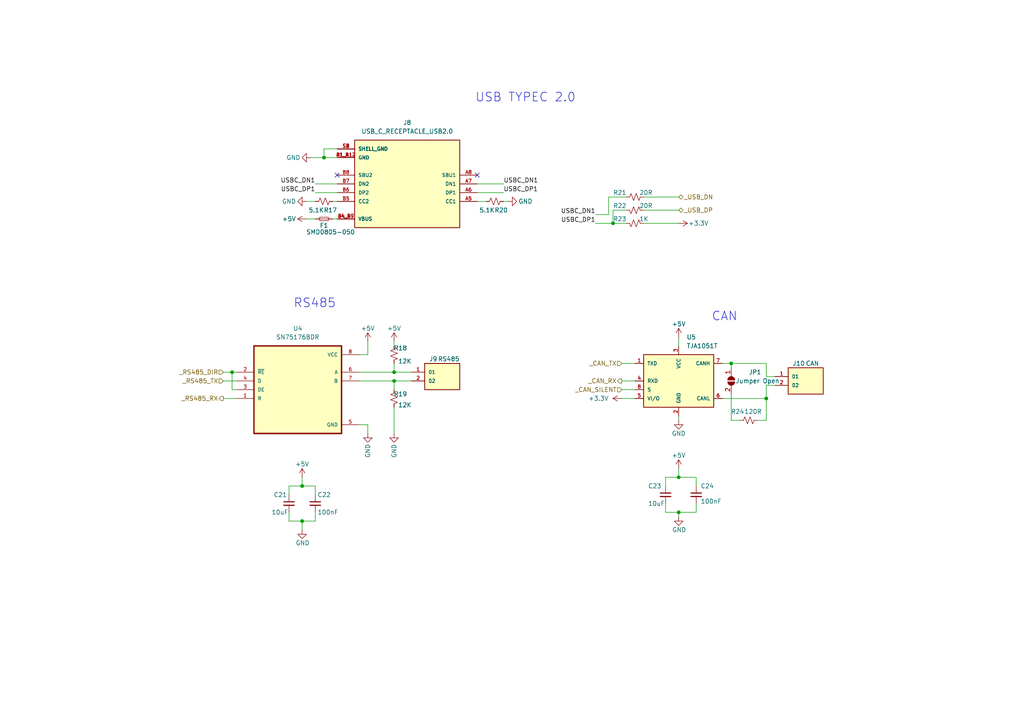
<source format=kicad_sch>
(kicad_sch (version 20230121) (generator eeschema)
  (paper "A4")
  (lib_symbols
    (symbol "3rd_Connector:USB_C_RECEPTACLE_USB2.0" (pin_names (offset 1.016))
      (property "Reference" "J" (at -15.24 13.97 0))
      (property "Value" "USB_C_RECEPTACLE_USB2.0" (at -15.24 -15.24 0))
      (symbol "USB_C_RECEPTACLE_USB2.0_0_0"
        (rectangle (start -15.24 -12.7) (end 15.24 12.7) (stroke (width 0.254)) (fill (type background)))
        (pin power_in line (at 20.32 -7.62 180) (length 5.08) (name "GND") (number "A1_B12"))
        (pin power_in line (at 20.32 10.16 180) (length 5.08) (name "VBUS") (number "A4_B9"))
        (pin bidirectional line (at -20.32 5.08 0) (length 5.08) (name "CC1") (number "A5"))
        (pin bidirectional line (at -20.32 2.54 0) (length 5.08) (name "DP1") (number "A6"))
        (pin bidirectional line (at -20.32 0 0) (length 5.08) (name "DN1") (number "A7"))
        (pin bidirectional line (at -20.32 -2.54 0) (length 5.08) (name "SBU1") (number "A8"))
        (pin power_in line (at 20.32 -7.62 180) (length 5.08) (name "GND") (number "B1_A12"))
        (pin power_in line (at 20.32 10.16 180) (length 5.08) (name "VBUS") (number "B4_A9"))
        (pin bidirectional line (at 20.32 5.08 180) (length 5.08) (name "CC2") (number "B5"))
        (pin bidirectional line (at 20.32 2.54 180) (length 5.08) (name "DP2") (number "B6"))
        (pin bidirectional line (at 20.32 0 180) (length 5.08) (name "DN2") (number "B7"))
        (pin bidirectional line (at 20.32 -2.54 180) (length 5.08) (name "SBU2") (number "B8"))
        (pin power_in line (at 20.32 -10.16 180) (length 5.08) (name "SHELL_GND") (number "S1"))
        (pin power_in line (at 20.32 -10.16 180) (length 5.08) (name "SHELL_GND") (number "S2"))
        (pin power_in line (at 20.32 -10.16 180) (length 5.08) (name "SHELL_GND") (number "S3"))
        (pin power_in line (at 20.32 -10.16 180) (length 5.08) (name "SHELL_GND") (number "S4"))
      )
    )
    (symbol "3rd_Connector_Generic:CONN_1x2P" (pin_names (offset 1.016))
      (property "Reference" "J" (at -5.58 6.196 0))
      (property "Value" "CONN_1x2P" (at -2.54 -5.08 0))
      (symbol "CONN_1x2P_0_0"
        (rectangle (start -5.08 5.08) (end 5.08 -2.54) (stroke (width 0.254)) (fill (type background)))
        (pin passive line (at -8.89 2.54 0) (length 3.81) (name "01") (number "1"))
        (pin passive line (at -8.89 0 0) (length 3.81) (name "02") (number "2"))
      )
    )
    (symbol "3rd_Interface_CAN:TJA1051TK/3" (pin_names (offset 1.016))
      (property "Reference" "U" (at -10.16 10.16 0))
      (property "Value" "TJA1051TK{slash}3" (at -10.16 -10.16 0))
      (symbol "TJA1051TK/3_0_0"
        (rectangle (start -10.16 -7.62) (end 10.16 7.62) (stroke (width 0.254)) (fill (type background)))
        (pin output line (at -12.7 5.08 0) (length 2.54) (name "TXD") (number "1"))
        (pin bidirectional line (at 0 -10.16 90) (length 2.54) (name "GND") (number "2"))
        (pin bidirectional line (at 0 10.16 270) (length 2.54) (name "VCC") (number "3"))
        (pin bidirectional line (at -12.7 0 0) (length 2.54) (name "RXD") (number "4"))
        (pin passive line (at -12.7 -5.08 0) (length 2.54) (name "VI/O") (number "5"))
        (pin bidirectional line (at 12.7 -5.08 180) (length 2.54) (name "CANL") (number "6"))
        (pin bidirectional line (at 12.7 5.08 180) (length 2.54) (name "CANH") (number "7"))
        (pin power_in line (at -12.7 -2.54 0) (length 2.54) (name "S") (number "8"))
      )
    )
    (symbol "3rd_Interface_UART:SN75176BDR" (pin_names (offset 1.016))
      (property "Reference" "U" (at -12.7 13.7 0))
      (property "Value" "SN75176BDR" (at -12.7 -16.7 0))
      (symbol "SN75176BDR_0_0"
        (rectangle (start -12.7 -12.7) (end 12.7 12.7) (stroke (width 0.41)) (fill (type background)))
        (pin input line (at -17.78 -2.54 0) (length 5.08) (name "R") (number "1"))
        (pin input line (at -17.78 5.08 0) (length 5.08) (name "~{RE}") (number "2"))
        (pin input line (at -17.78 0 0) (length 5.08) (name "DE") (number "3"))
        (pin input line (at -17.78 2.54 0) (length 5.08) (name "D") (number "4"))
        (pin power_in line (at 17.78 -10.16 180) (length 5.08) (name "GND") (number "5"))
        (pin output line (at 17.78 5.08 180) (length 5.08) (name "A") (number "6"))
        (pin output line (at 17.78 2.54 180) (length 5.08) (name "B") (number "7"))
        (pin power_in line (at 17.78 10.16 180) (length 5.08) (name "VCC") (number "8"))
      )
    )
    (symbol "Device:C_Small" (pin_numbers hide) (pin_names (offset 0.254) hide)
      (property "Reference" "C" (at 0.254 1.778 0))
      (property "Value" "C_Small" (at 0.254 -2.032 0))
      (symbol "C_Small_0_1"
        (polyline (pts (xy -1.524 -0.508) (xy 1.524 -0.508)) (stroke (width 0.3302)))
        (polyline (pts (xy -1.524 0.508) (xy 1.524 0.508)) (stroke (width 0.3048)))
      )
      (symbol "C_Small_1_1"
        (pin passive line (at 0 2.54 270) (length 2.032) (name "~") (number "1"))
        (pin passive line (at 0 -2.54 90) (length 2.032) (name "~") (number "2"))
      )
    )
    (symbol "Device:Fuse_Small" (pin_numbers hide) (pin_names (offset 0.254) hide)
      (property "Reference" "F" (at 0 -1.524 0))
      (property "Value" "Fuse_Small" (at 0 1.524 0))
      (symbol "Fuse_Small_0_1"
        (rectangle (start -1.27 0.508) (end 1.27 -0.508))
        (polyline (pts (xy -1.27 0) (xy 1.27 0)))
      )
      (symbol "Fuse_Small_1_1"
        (pin passive line (at -2.54 0 0) (length 1.27) (name "~") (number "1"))
        (pin passive line (at 2.54 0 180) (length 1.27) (name "~") (number "2"))
      )
    )
    (symbol "Device:R_Small_US" (pin_numbers hide) (pin_names (offset 0.254) hide)
      (property "Reference" "R" (at 0.762 0.508 0))
      (property "Value" "R_Small_US" (at 0.762 -1.016 0))
      (symbol "R_Small_US_1_1"
        (polyline (pts (xy 0 0) (xy 1.016 -0.381) (xy 0 -0.762) (xy -1.016 -1.143) (xy 0 -1.524)))
        (polyline (pts (xy 0 1.524) (xy 1.016 1.143) (xy 0 0.762) (xy -1.016 0.381) (xy 0 0)))
        (pin passive line (at 0 2.54 270) (length 1.016) (name "~") (number "1"))
        (pin passive line (at 0 -2.54 90) (length 1.016) (name "~") (number "2"))
      )
    )
    (symbol "Jumper:SolderJumper_2_Open" (pin_names (offset 0) hide)
      (property "Reference" "JP" (at 0 2.032 0))
      (property "Value" "SolderJumper_2_Open" (at 0 -2.54 0))
      (symbol "SolderJumper_2_Open_0_1"
        (arc (start -0.254 1.016) (mid -1.2656 0) (end -0.254 -1.016))
        (arc (start -0.254 1.016) (mid -1.2656 0) (end -0.254 -1.016) (fill (type outline)))
        (polyline (pts (xy -0.254 1.016) (xy -0.254 -1.016)))
        (polyline (pts (xy 0.254 1.016) (xy 0.254 -1.016)))
        (arc (start 0.254 -1.016) (mid 1.2656 0) (end 0.254 1.016))
        (arc (start 0.254 -1.016) (mid 1.2656 0) (end 0.254 1.016) (fill (type outline)))
      )
      (symbol "SolderJumper_2_Open_1_1"
        (pin passive line (at -3.81 0 0) (length 2.54) (name "A") (number "1"))
        (pin passive line (at 3.81 0 180) (length 2.54) (name "B") (number "2"))
      )
    )
    (symbol "power:+3.3V" (power) (pin_names (offset 0))
      (property "Value" "+3.3V" (at 0 3.556 0))
      (symbol "+3.3V_0_1"
        (polyline (pts (xy -0.762 1.27) (xy 0 2.54)))
        (polyline (pts (xy 0 0) (xy 0 2.54)))
        (polyline (pts (xy 0 2.54) (xy 0.762 1.27)))
      )
      (symbol "+3.3V_1_1"
        (pin power_in line (at 0 0 90) (length 0) hide (name "+3.3V") (number "1"))
      )
    )
    (symbol "power:+5V" (power) (pin_names (offset 0))
      (property "Value" "+5V" (at 0 3.556 0))
      (symbol "+5V_0_1"
        (polyline (pts (xy -0.762 1.27) (xy 0 2.54)))
        (polyline (pts (xy 0 0) (xy 0 2.54)))
        (polyline (pts (xy 0 2.54) (xy 0.762 1.27)))
      )
      (symbol "+5V_1_1"
        (pin power_in line (at 0 0 90) (length 0) hide (name "+5V") (number "1"))
      )
    )
    (symbol "power:GND" (power) (pin_names (offset 0))
      (property "Value" "GND" (at 0 -3.81 0))
      (symbol "GND_0_1"
        (polyline (pts (xy 0 0) (xy 0 -1.27) (xy 1.27 -1.27) (xy 0 -2.54) (xy -1.27 -1.27) (xy 0 -1.27)))
      )
      (symbol "GND_1_1"
        (pin power_in line (at 0 0 270) (length 0) hide (name "GND") (number "1"))
      )
    )
  )
  (junction (at 67.31 107.95))
  (junction (at 196.85 138.43))
  (junction (at 87.63 140.97))
  (junction (at 114.3 110.49))
  (junction (at 222.25 115.57))
  (junction (at 114.3 107.95))
  (junction (at 87.63 151.13))
  (junction (at 212.09 105.41))
  (junction (at 93.98 45.72))
  (junction (at 177.8 64.77))
  (junction (at 196.85 148.59))
  (no_connect (at 97.79 50.8))
  (no_connect (at 138.43 50.8))
  (wire (pts (xy 83.82 140.97) (xy 87.63 140.97)))
  (wire (pts (xy 114.3 105.41) (xy 114.3 107.95)))
  (wire (pts (xy 88.9 58.42) (xy 91.44 58.42)))
  (wire (pts (xy 104.14 123.19) (xy 106.68 123.19)))
  (wire (pts (xy 93.98 45.72) (xy 97.79 45.72)))
  (wire (pts (xy 96.52 63.5) (xy 97.79 63.5)))
  (wire (pts (xy 114.3 107.95) (xy 119.38 107.95)))
  (wire (pts (xy 104.14 102.87) (xy 106.68 102.87)))
  (wire (pts (xy 93.98 43.18) (xy 97.79 43.18)))
  (wire (pts (xy 176.53 62.23) (xy 176.53 57.15)))
  (wire (pts (xy 212.09 105.41) (xy 222.25 105.41)))
  (wire (pts (xy 114.3 99.06) (xy 114.3 100.33)))
  (wire (pts (xy 87.63 138.43) (xy 87.63 140.97)))
  (wire (pts (xy 104.14 107.95) (xy 114.3 107.95)))
  (wire (pts (xy 212.09 121.92) (xy 214.63 121.92)))
  (wire (pts (xy 209.55 115.57) (xy 222.25 115.57)))
  (wire (pts (xy 209.55 105.41) (xy 212.09 105.41)))
  (wire (pts (xy 114.3 118.11) (xy 114.3 125.73)))
  (wire (pts (xy 87.63 151.13) (xy 87.63 153.67)))
  (wire (pts (xy 83.82 151.13) (xy 83.82 148.59)))
  (wire (pts (xy 222.25 105.41) (xy 222.25 109.22)))
  (wire (pts (xy 172.72 62.23) (xy 176.53 62.23)))
  (wire (pts (xy 140.97 58.42) (xy 138.43 58.42)))
  (wire (pts (xy 180.34 113.03) (xy 184.15 113.03)))
  (wire (pts (xy 193.04 148.59) (xy 196.85 148.59)))
  (wire (pts (xy 186.69 60.96) (xy 196.85 60.96)))
  (wire (pts (xy 186.69 57.15) (xy 196.85 57.15)))
  (wire (pts (xy 91.44 55.88) (xy 97.79 55.88)))
  (wire (pts (xy 106.68 99.06) (xy 106.68 102.87)))
  (wire (pts (xy 222.25 111.76) (xy 222.25 115.57)))
  (wire (pts (xy 180.34 105.41) (xy 184.15 105.41)))
  (wire (pts (xy 138.43 53.34) (xy 146.05 53.34)))
  (wire (pts (xy 172.72 64.77) (xy 177.8 64.77)))
  (wire (pts (xy 177.8 64.77) (xy 181.61 64.77)))
  (wire (pts (xy 196.85 148.59) (xy 196.85 149.86)))
  (wire (pts (xy 91.44 53.34) (xy 97.79 53.34)))
  (wire (pts (xy 91.44 148.59) (xy 91.44 151.13)))
  (wire (pts (xy 196.85 148.59) (xy 201.93 148.59)))
  (wire (pts (xy 114.3 110.49) (xy 119.38 110.49)))
  (wire (pts (xy 87.63 140.97) (xy 91.44 140.97)))
  (wire (pts (xy 83.82 143.51) (xy 83.82 140.97)))
  (wire (pts (xy 87.63 151.13) (xy 91.44 151.13)))
  (wire (pts (xy 88.9 63.5) (xy 91.44 63.5)))
  (wire (pts (xy 138.43 55.88) (xy 146.05 55.88)))
  (wire (pts (xy 177.8 60.96) (xy 181.61 60.96)))
  (wire (pts (xy 176.53 57.15) (xy 181.61 57.15)))
  (wire (pts (xy 201.93 140.97) (xy 201.93 138.43)))
  (wire (pts (xy 67.31 113.03) (xy 67.31 107.95)))
  (wire (pts (xy 114.3 110.49) (xy 114.3 113.03)))
  (wire (pts (xy 201.93 146.05) (xy 201.93 148.59)))
  (wire (pts (xy 196.85 135.89) (xy 196.85 138.43)))
  (wire (pts (xy 180.34 115.57) (xy 184.15 115.57)))
  (wire (pts (xy 196.85 97.79) (xy 196.85 100.33)))
  (wire (pts (xy 93.98 45.72) (xy 93.98 43.18)))
  (wire (pts (xy 106.68 123.19) (xy 106.68 125.73)))
  (wire (pts (xy 177.8 60.96) (xy 177.8 64.77)))
  (wire (pts (xy 222.25 115.57) (xy 222.25 121.92)))
  (wire (pts (xy 193.04 148.59) (xy 193.04 146.05)))
  (wire (pts (xy 196.85 120.65) (xy 196.85 121.92)))
  (wire (pts (xy 186.69 64.77) (xy 196.85 64.77)))
  (wire (pts (xy 67.31 107.95) (xy 68.58 107.95)))
  (wire (pts (xy 96.52 58.42) (xy 97.79 58.42)))
  (wire (pts (xy 196.85 138.43) (xy 201.93 138.43)))
  (wire (pts (xy 193.04 138.43) (xy 196.85 138.43)))
  (wire (pts (xy 64.77 115.57) (xy 68.58 115.57)))
  (wire (pts (xy 91.44 143.51) (xy 91.44 140.97)))
  (wire (pts (xy 212.09 105.41) (xy 212.09 106.68)))
  (wire (pts (xy 224.79 111.76) (xy 222.25 111.76)))
  (wire (pts (xy 193.04 140.97) (xy 193.04 138.43)))
  (wire (pts (xy 64.77 110.49) (xy 68.58 110.49)))
  (wire (pts (xy 212.09 114.3) (xy 212.09 121.92)))
  (wire (pts (xy 180.34 110.49) (xy 184.15 110.49)))
  (wire (pts (xy 222.25 121.92) (xy 219.71 121.92)))
  (wire (pts (xy 90.17 45.72) (xy 93.98 45.72)))
  (wire (pts (xy 146.05 58.42) (xy 147.32 58.42)))
  (wire (pts (xy 104.14 110.49) (xy 114.3 110.49)))
  (wire (pts (xy 64.77 107.95) (xy 67.31 107.95)))
  (wire (pts (xy 222.25 109.22) (xy 224.79 109.22)))
  (wire (pts (xy 83.82 151.13) (xy 87.63 151.13)))
  (wire (pts (xy 68.58 113.03) (xy 67.31 113.03)))
  (text "CAN" (at 206.375 93.345 0) (effects (font (size 2.54 2.54)) (justify left bottom)))
  (text "RS485" (at 85.09 89.535 0) (effects (font (size 2.54 2.54)) (justify left bottom)))
  (text "USB TYPEC 2.0" (at 137.795 29.845 0) (effects (font (size 2.54 2.54)) (justify left bottom)))
  (label "USBC_DP1" (at 172.72 64.77 180))
  (label "USBC_DP1" (at 91.44 55.88 180))
  (label "USBC_DN1" (at 91.44 53.34 180))
  (label "USBC_DN1" (at 146.05 53.34 0))
  (label "USBC_DP1" (at 146.05 55.88 0))
  (label "USBC_DN1" (at 172.72 62.23 180))
  (hierarchical_label "_RS485_RX" (shape output) (at 64.77 115.57 180))
  (hierarchical_label "_USB_DN" (shape bidirectional) (at 196.85 57.15 0))
  (hierarchical_label "_CAN_TX" (shape input) (at 180.34 105.41 180))
  (hierarchical_label "_CAN_SILENT" (shape input) (at 180.34 113.03 180))
  (hierarchical_label "_RS485_DIR" (shape input) (at 64.77 107.95 180))
  (hierarchical_label "_CAN_RX" (shape output) (at 180.34 110.49 180))
  (hierarchical_label "_RS485_TX" (shape input) (at 64.77 110.49 180))
  (hierarchical_label "_USB_DP" (shape bidirectional) (at 196.85 60.96 0))
  (symbol (lib_id "Device:R_Small_US") (at 217.17 121.92 90) (unit 1)
    (property "Reference" "R24" (at 215.9 119.38 90) (effects (justify left)))
    (property "Value" "120R" (at 220.98 119.38 90) (effects (justify left)))
    (property "Footprint" "Resistor_SMD:R_0603_1608Metric" (effects hide))
    (instances (project "MotorKit" (path "" (reference "R24") (unit 1))) (project "StepDriver" (path "" (reference "R22") (unit 1))))
  )
  (symbol (lib_id "Device:R_Small_US") (at 114.3 102.87 0) (mirror y) (unit 1)
    (property "Reference" "R18" (at 118.11 100.965 0) (effects (justify left)))
    (property "Value" "12K" (at 119.38 104.775 0) (effects (justify left)))
    (property "Footprint" "Resistor_SMD:R_0603_1608Metric" (effects hide))
    (instances (project "MotorKit" (path "" (reference "R18") (unit 1))) (project "StepDriver" (path "" (reference "R20") (unit 1))))
  )
  (symbol (lib_id "Device:R_Small_US") (at 114.3 115.57 0) (mirror y) (unit 1)
    (property "Reference" "R19" (at 118.11 114.3 0) (effects (justify left)))
    (property "Value" "12K" (at 119.38 117.475 0) (effects (justify left)))
    (property "Footprint" "Resistor_SMD:R_0603_1608Metric" (effects hide))
    (instances (project "MotorKit" (path "" (reference "R19") (unit 1))) (project "StepDriver" (path "" (reference "R21") (unit 1))))
  )
  (symbol (lib_id "power:GND") (at 90.17 45.72 270) (unit 1)
    (property "Reference" "#PWR060" (effects hide))
    (property "Value" "GND" (at 85.09 45.72 90))
    (instances (project "MotorKit" (path "" (reference "#PWR060") (unit 1))) (project "StepDriver" (path "" (reference "#PWR03") (unit 1))))
  )
  (symbol (lib_id "power:+5V") (at 196.85 97.79 0) (unit 1)
    (property "Reference" "#PWR068" (effects hide))
    (property "Value" "+5V" (at 196.85 93.98 0))
    (instances (project "MotorKit" (path "" (reference "#PWR068") (unit 1))) (project "StepDriver" (path "" (reference "#PWR056") (unit 1))))
  )
  (symbol (lib_id "power:GND") (at 147.32 58.42 90) (unit 1)
    (property "Reference" "#PWR065" (effects hide))
    (property "Value" "GND" (at 152.4 58.42 90))
    (instances (project "MotorKit" (path "" (reference "#PWR065") (unit 1))) (project "StepDriver" (path "" (reference "#PWR06") (unit 1))))
  )
  (symbol (lib_id "Device:R_Small_US") (at 184.15 60.96 270) (mirror x) (unit 1)
    (property "Reference" "R22" (at 177.8 59.69 90) (effects (justify left)))
    (property "Value" "20R" (at 185.42 59.69 90) (effects (justify left)))
    (property "Footprint" "Resistor_SMD:R_0603_1608Metric" (effects hide))
    (instances (project "MotorKit" (path "" (reference "R22") (unit 1))) (project "StepDriver" (path "" (reference "R4") (unit 1))))
  )
  (symbol (lib_id "power:+5V") (at 196.85 135.89 0) (unit 1)
    (property "Reference" "#PWR070" (effects hide))
    (property "Value" "+5V" (at 196.85 132.08 0))
    (instances (project "MotorKit" (path "" (reference "#PWR070") (unit 1))) (project "StepDriver" (path "" (reference "#PWR064") (unit 1))))
  )
  (symbol (lib_id "power:+5V") (at 114.3 99.06 0) (unit 1)
    (property "Reference" "#PWR063" (effects hide))
    (property "Value" "+5V" (at 114.3 95.25 0))
    (instances (project "MotorKit" (path "" (reference "#PWR063") (unit 1))) (project "StepDriver" (path "" (reference "#PWR041") (unit 1))))
  )
  (symbol (lib_id "Device:C_Small") (at 193.04 143.51 0) (unit 1)
    (property "Reference" "C23" (at 187.96 140.97 0) (effects (justify left)))
    (property "Value" "10uF" (at 187.96 146.05 0) (effects (justify left)))
    (property "Footprint" "Capacitor_SMD:C_0603_1608Metric" (effects hide))
    (instances (project "MotorKit" (path "" (reference "C23") (unit 1))) (project "StepDriver" (path "" (reference "C31") (unit 1))))
  )
  (symbol (lib_id "Jumper:SolderJumper_2_Open") (at 212.09 110.49 270) (unit 1)
    (property "Reference" "JP1" (at 217.17 107.95 90) (effects (justify left)))
    (property "Value" "Jumper Open" (at 213.36 110.49 90) (effects (justify left)))
    (property "Footprint" "Jumper:SolderJumper-2_P1.3mm_Open_RoundedPad1.0x1.5mm" (effects hide))
  )
  (symbol (lib_id "3rd_Connector_Generic:CONN_1x2P") (at 128.27 110.49 0) (unit 1)
    (property "Reference" "J9" (at 124.46 104.14 0) (effects (justify left)))
    (property "Value" "RS485" (at 127 104.14 0) (effects (justify left)))
    (property "Footprint" "3rd_Connector_JST_SMD:CONN-SMD_1x2P-P1.0-H_WAFER-SH1.0-2PWB" (effects hide))
    (property "MANUFACTURER" "SAMTEC" (effects hide))
    (instances (project "MotorKit" (path "" (reference "J9") (unit 1))) (project "StepDriver" (path "" (reference "J8") (unit 1))))
  )
  (symbol (lib_id "3rd_Connector:USB_C_RECEPTACLE_USB2.0") (at 118.11 53.34 180) (unit 1)
    (property "Reference" "J8" (at 118.11 35.56 0))
    (property "Value" "USB_C_RECEPTACLE_USB2.0" (at 118.11 38.1 0))
    (property "Footprint" "3rd_Connector_USB_SMD:USB-C-SMD_16P_USB4105-GF-A" (effects hide))
    (property "MAXIMUM_PACKAGE_HEIGHT" "3.31 mm" (effects hide))
    (property "MANUFACTURER" "GCT" (effects hide))
    (property "PARTREV" "A3" (effects hide))
    (property "STANDARD" "Manufacturer Recommendations" (effects hide))
    (instances (project "MotorKit" (path "" (reference "J8") (unit 1))) (project "StepDriver" (path "" (reference "J5") (unit 1))))
  )
  (symbol (lib_id "3rd_Interface_UART:SN75176BDR") (at 86.36 113.03 0) (unit 1)
    (property "Reference" "U4" (at 86.36 95.25 0))
    (property "Value" "SN75176BDR" (at 86.36 97.79 0))
    (property "Footprint" "3rd_Interface_UART:SOIC-8_L5.0-W3.9-P1.27_SN75176BDR" (effects hide))
  )
  (symbol (lib_id "Device:R_Small_US") (at 93.98 58.42 90) (unit 1)
    (property "Reference" "R17" (at 97.79 60.96 90) (effects (justify left)))
    (property "Value" "5.1K" (at 93.98 60.96 90) (effects (justify left)))
    (property "Footprint" "Resistor_SMD:R_0603_1608Metric" (effects hide))
    (instances (project "MotorKit" (path "" (reference "R17") (unit 1))) (project "StepDriver" (path "" (reference "R2") (unit 1))))
  )
  (symbol (lib_id "3rd_Connector_Generic:CONN_1x2P") (at 233.68 111.76 0) (unit 1)
    (property "Reference" "J10" (at 229.87 105.41 0) (effects (justify left)))
    (property "Value" "CAN" (at 233.68 105.41 0) (effects (justify left)))
    (property "Footprint" "3rd_Connector_JST_SMD:CONN-SMD_1x2P-P1.0-H_WAFER-SH1.0-2PWB" (effects hide))
    (property "MANUFACTURER" "SAMTEC" (effects hide))
    (instances (project "MotorKit" (path "" (reference "J10") (unit 1))) (project "StepDriver" (path "" (reference "J7") (unit 1))))
  )
  (symbol (lib_id "Device:R_Small_US") (at 143.51 58.42 90) (unit 1)
    (property "Reference" "R20" (at 147.32 60.96 90) (effects (justify left)))
    (property "Value" "5.1K" (at 143.51 60.96 90) (effects (justify left)))
    (property "Footprint" "Resistor_SMD:R_0603_1608Metric" (effects hide))
    (instances (project "MotorKit" (path "" (reference "R20") (unit 1))) (project "StepDriver" (path "" (reference "R7") (unit 1))))
  )
  (symbol (lib_id "power:+5V") (at 88.9 63.5 90) (unit 1)
    (property "Reference" "#PWR059" (effects hide))
    (property "Value" "+5V" (at 83.82 63.5 90))
    (instances (project "MotorKit" (path "" (reference "#PWR059") (unit 1))) (project "StepDriver" (path "" (reference "#PWR02") (unit 1))))
  )
  (symbol (lib_id "power:+3.3V") (at 180.34 115.57 90) (unit 1)
    (property "Reference" "#PWR066" (effects hide))
    (property "Value" "+3.3V" (at 176.53 115.5699 90) (effects (justify left)))
    (instances (project "MotorKit" (path "" (reference "#PWR066") (unit 1))) (project "StepDriver" (path "" (reference "#PWR043") (unit 1))))
  )
  (symbol (lib_id "Device:R_Small_US") (at 184.15 57.15 270) (unit 1)
    (property "Reference" "R21" (at 177.8 55.88 90) (effects (justify left)))
    (property "Value" "20R" (at 185.42 55.88 90) (effects (justify left)))
    (property "Footprint" "Resistor_SMD:R_0603_1608Metric" (effects hide))
    (instances (project "MotorKit" (path "" (reference "R21") (unit 1))) (project "StepDriver" (path "" (reference "R3") (unit 1))))
  )
  (symbol (lib_id "power:GND") (at 87.63 153.67 0) (unit 1)
    (property "Reference" "#PWR057" (effects hide))
    (property "Value" "GND" (at 85.725 157.48 0) (effects (justify left)))
    (instances (project "MotorKit" (path "" (reference "#PWR057") (unit 1))) (project "StepDriver" (path "" (reference "#PWR065") (unit 1))))
  )
  (symbol (lib_id "3rd_Interface_CAN:TJA1051TK/3") (at 196.85 110.49 0) (unit 1)
    (property "Reference" "U5" (at 199.1158 97.79 0) (effects (justify left)))
    (property "Value" "TJA1051T" (at 199.1158 100.33 0) (effects (justify left)))
    (property "Footprint" "3rd_Interface_CAN:SOT96_L5.0-W4.0-P1.27_TJA1051" (effects hide))
    (instances (project "MotorKit" (path "" (reference "U5") (unit 1))) (project "StepDriver" (path "" (reference "U3") (unit 1))))
  )
  (symbol (lib_id "Device:C_Small") (at 83.82 146.05 0) (unit 1)
    (property "Reference" "C21" (at 79.375 143.51 0) (effects (justify left)))
    (property "Value" "10uF" (at 78.74 148.59 0) (effects (justify left)))
    (property "Footprint" "Capacitor_SMD:C_0603_1608Metric" (effects hide))
    (instances (project "MotorKit" (path "" (reference "C21") (unit 1))) (project "StepDriver" (path "" (reference "C33") (unit 1))))
  )
  (symbol (lib_id "power:+5V") (at 106.68 99.06 0) (unit 1)
    (property "Reference" "#PWR061" (effects hide))
    (property "Value" "+5V" (at 106.68 95.25 0))
    (instances (project "MotorKit" (path "" (reference "#PWR061") (unit 1))) (project "StepDriver" (path "" (reference "#PWR067") (unit 1))))
  )
  (symbol (lib_id "power:GND") (at 114.3 125.73 0) (unit 1)
    (property "Reference" "#PWR064" (effects hide))
    (property "Value" "GND" (at 114.3 130.81 90))
    (instances (project "MotorKit" (path "" (reference "#PWR064") (unit 1))) (project "StepDriver" (path "" (reference "#PWR042") (unit 1))))
  )
  (symbol (lib_id "Device:R_Small_US") (at 184.15 64.77 270) (mirror x) (unit 1)
    (property "Reference" "R23" (at 177.8 63.5 90) (effects (justify left)))
    (property "Value" "1K" (at 185.42 63.5 90) (effects (justify left)))
    (property "Footprint" "Resistor_SMD:R_0603_1608Metric" (effects hide))
    (instances (project "MotorKit" (path "" (reference "R23") (unit 1))) (project "StepDriver" (path "" (reference "R6") (unit 1))))
  )
  (symbol (lib_id "power:GND") (at 106.68 125.73 0) (unit 1)
    (property "Reference" "#PWR062" (effects hide))
    (property "Value" "GND" (at 106.68 130.81 90))
    (instances (project "MotorKit" (path "" (reference "#PWR062") (unit 1))) (project "StepDriver" (path "" (reference "#PWR068") (unit 1))))
  )
  (symbol (lib_id "power:GND") (at 196.85 149.86 0) (unit 1)
    (property "Reference" "#PWR071" (effects hide))
    (property "Value" "GND" (at 194.945 153.67 0) (effects (justify left)))
    (instances (project "MotorKit" (path "" (reference "#PWR071") (unit 1))) (project "StepDriver" (path "" (reference "#PWR063") (unit 1))))
  )
  (symbol (lib_id "Device:Fuse_Small") (at 93.98 63.5 0) (unit 1)
    (property "Reference" "F1" (at 93.98 65.405 0))
    (property "Value" "SMD0805-050" (at 95.885 67.31 0))
    (property "Footprint" "Fuse:Fuse_0805_2012Metric" (effects hide))
  )
  (symbol (lib_id "power:+5V") (at 87.63 138.43 0) (unit 1)
    (property "Reference" "#PWR056" (effects hide))
    (property "Value" "+5V" (at 87.63 134.62 0))
    (instances (project "MotorKit" (path "" (reference "#PWR056") (unit 1))) (project "StepDriver" (path "" (reference "#PWR066") (unit 1))))
  )
  (symbol (lib_id "power:GND") (at 196.85 121.92 0) (unit 1)
    (property "Reference" "#PWR069" (effects hide))
    (property "Value" "GND" (at 196.85 125.73 0))
    (instances (project "MotorKit" (path "" (reference "#PWR069") (unit 1))) (project "StepDriver" (path "" (reference "#PWR057") (unit 1))))
  )
  (symbol (lib_id "power:+3.3V") (at 196.85 64.77 270) (unit 1)
    (property "Reference" "#PWR067" (effects hide))
    (property "Value" "+3.3V" (at 202.565 64.77 90))
    (instances (project "MotorKit" (path "" (reference "#PWR067") (unit 1))) (project "StepDriver" (path "" (reference "#PWR04") (unit 1))))
  )
  (symbol (lib_id "power:GND") (at 88.9 58.42 270) (unit 1)
    (property "Reference" "#PWR058" (effects hide))
    (property "Value" "GND" (at 83.82 58.42 90))
    (instances (project "MotorKit" (path "" (reference "#PWR058") (unit 1))) (project "StepDriver" (path "" (reference "#PWR01") (unit 1))))
  )
  (symbol (lib_id "Device:C_Small") (at 91.44 146.05 0) (unit 1)
    (property "Reference" "C22" (at 92.075 143.51 0) (effects (justify left)))
    (property "Value" "100nF" (at 92.075 148.59 0) (effects (justify left)))
    (property "Footprint" "Capacitor_SMD:C_0603_1608Metric" (effects hide))
    (instances (project "MotorKit" (path "" (reference "C22") (unit 1))) (project "StepDriver" (path "" (reference "C34") (unit 1))))
  )
  (symbol (lib_id "Device:C_Small") (at 201.93 143.51 0) (unit 1)
    (property "Reference" "C24" (at 203.2 140.97 0) (effects (justify left)))
    (property "Value" "100nF" (at 203.2 145.415 0) (effects (justify left)))
    (property "Footprint" "Capacitor_SMD:C_0603_1608Metric" (effects hide))
    (instances (project "MotorKit" (path "" (reference "C24") (unit 1))) (project "StepDriver" (path "" (reference "C32") (unit 1))))
  )
)
</source>
